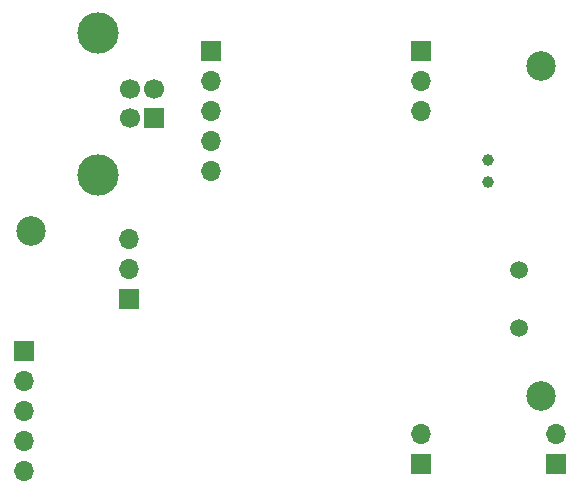
<source format=gbr>
%TF.GenerationSoftware,KiCad,Pcbnew,7.0.7*%
%TF.CreationDate,2023-12-05T11:36:27+01:00*%
%TF.ProjectId,PF,50462e6b-6963-4616-945f-706362585858,rev?*%
%TF.SameCoordinates,Original*%
%TF.FileFunction,Soldermask,Bot*%
%TF.FilePolarity,Negative*%
%FSLAX46Y46*%
G04 Gerber Fmt 4.6, Leading zero omitted, Abs format (unit mm)*
G04 Created by KiCad (PCBNEW 7.0.7) date 2023-12-05 11:36:27*
%MOMM*%
%LPD*%
G01*
G04 APERTURE LIST*
%ADD10C,2.500000*%
%ADD11R,1.700000X1.700000*%
%ADD12O,1.700000X1.700000*%
%ADD13C,1.000000*%
%ADD14C,1.500000*%
%ADD15C,1.700000*%
%ADD16C,3.500000*%
G04 APERTURE END LIST*
D10*
%TO.C,REF\u002A\u002A*%
X113030000Y-89535000D03*
%TD*%
D11*
%TO.C,CON1*%
X112395000Y-99695000D03*
D12*
X112395000Y-102235000D03*
X112395000Y-104775000D03*
X112395000Y-107315000D03*
X112395000Y-109855000D03*
%TD*%
D13*
%TO.C,Q2*%
X151715000Y-85405000D03*
X151715000Y-83505000D03*
%TD*%
D11*
%TO.C,J3*%
X146050000Y-109220000D03*
D12*
X146050000Y-106680000D03*
%TD*%
D14*
%TO.C,Q1*%
X154305000Y-97700000D03*
X154305000Y-92820000D03*
%TD*%
D11*
%TO.C,J6*%
X121285000Y-95250000D03*
D12*
X121285000Y-92710000D03*
X121285000Y-90170000D03*
%TD*%
D10*
%TO.C,REF\u002A\u002A*%
X156210000Y-75565000D03*
%TD*%
D11*
%TO.C,J4*%
X128270000Y-74295000D03*
D12*
X128270000Y-76835000D03*
X128270000Y-79375000D03*
X128270000Y-81915000D03*
X128270000Y-84455000D03*
%TD*%
D11*
%TO.C,J2*%
X123417500Y-79990000D03*
D15*
X123417500Y-77490000D03*
X121417500Y-77490000D03*
X121417500Y-79990000D03*
D16*
X118707500Y-84760000D03*
X118707500Y-72720000D03*
%TD*%
D10*
%TO.C,REF\u002A\u002A*%
X156210000Y-103505000D03*
%TD*%
D11*
%TO.C,J5*%
X157480000Y-109220000D03*
D12*
X157480000Y-106680000D03*
%TD*%
D11*
%TO.C,J1*%
X146050000Y-74295000D03*
D12*
X146050000Y-76835000D03*
X146050000Y-79375000D03*
%TD*%
M02*

</source>
